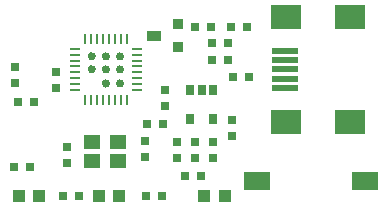
<source format=gtp>
%FSLAX24Y24*%
%MOIN*%
G70*
G01*
G75*
G04 Layer_Color=8421504*
%ADD10R,0.0256X0.0354*%
%ADD11R,0.0551X0.0472*%
%ADD12R,0.1378X0.1378*%
%ADD13O,0.0394X0.0098*%
%ADD14O,0.0098X0.0394*%
%ADD15R,0.0866X0.0630*%
%ADD16C,0.0394*%
%ADD17R,0.0413X0.0425*%
%ADD18R,0.0315X0.0295*%
%ADD19R,0.0295X0.0315*%
%ADD20R,0.0360X0.0360*%
%ADD21R,0.0500X0.0360*%
%ADD22R,0.0984X0.0787*%
%ADD23R,0.0906X0.0197*%
%ADD24C,0.0060*%
%ADD25C,0.0150*%
%ADD26C,0.0400*%
%ADD27C,0.0550*%
%ADD28R,0.0550X0.0550*%
%ADD29C,0.0360*%
%ADD30C,0.0250*%
%ADD31C,0.0098*%
%ADD32C,0.0030*%
%ADD33C,0.0040*%
%ADD34C,0.0120*%
%ADD35C,0.0079*%
%ADD36C,0.0050*%
%ADD37C,0.0148*%
D10*
X9164Y3210D02*
D03*
X8416D02*
D03*
Y4155D02*
D03*
X8790D02*
D03*
X9164D02*
D03*
D11*
X5135Y2435D02*
D03*
Y1805D02*
D03*
X6001D02*
D03*
Y2435D02*
D03*
D13*
X4574Y4161D02*
D03*
Y4358D02*
D03*
Y4555D02*
D03*
Y4752D02*
D03*
Y4948D02*
D03*
Y5145D02*
D03*
Y5342D02*
D03*
Y5539D02*
D03*
X6621D02*
D03*
Y5342D02*
D03*
Y5145D02*
D03*
Y4948D02*
D03*
Y4752D02*
D03*
Y4555D02*
D03*
Y4358D02*
D03*
Y4161D02*
D03*
D14*
X4909Y5874D02*
D03*
X5106D02*
D03*
X5302D02*
D03*
X5499D02*
D03*
X5696D02*
D03*
X5893D02*
D03*
X6090D02*
D03*
X6287D02*
D03*
Y3826D02*
D03*
X6090D02*
D03*
X5893D02*
D03*
X5696D02*
D03*
X5499D02*
D03*
X5302D02*
D03*
X5106D02*
D03*
X4909D02*
D03*
D15*
X14251Y1130D02*
D03*
X10629D02*
D03*
D17*
X8879Y641D02*
D03*
X9560D02*
D03*
X2699D02*
D03*
X3380D02*
D03*
X5359D02*
D03*
X6040D02*
D03*
D18*
X8560Y1894D02*
D03*
Y2426D02*
D03*
X7960Y1894D02*
D03*
Y2426D02*
D03*
X3934Y4224D02*
D03*
Y4756D02*
D03*
X4300Y1734D02*
D03*
Y2266D02*
D03*
X6900Y2466D02*
D03*
Y1934D02*
D03*
X9810Y2644D02*
D03*
Y3176D02*
D03*
X9180Y1894D02*
D03*
Y2426D02*
D03*
X2560Y4404D02*
D03*
Y4936D02*
D03*
X7580Y4156D02*
D03*
Y3624D02*
D03*
D19*
X10306Y6280D02*
D03*
X9774D02*
D03*
X10376Y4600D02*
D03*
X9844D02*
D03*
X7486Y3030D02*
D03*
X6954D02*
D03*
X4696Y640D02*
D03*
X4164D02*
D03*
X8766Y1310D02*
D03*
X8234D02*
D03*
X2654Y3760D02*
D03*
X3186D02*
D03*
X9096Y6280D02*
D03*
X8564D02*
D03*
X2524Y1600D02*
D03*
X3056D02*
D03*
X9656Y5180D02*
D03*
X9124D02*
D03*
X7466Y640D02*
D03*
X6934D02*
D03*
X9656Y5730D02*
D03*
X9124D02*
D03*
D20*
X8010Y6350D02*
D03*
Y5600D02*
D03*
D21*
X7210Y5980D02*
D03*
D22*
X13743Y6602D02*
D03*
Y3098D02*
D03*
X11597D02*
D03*
Y6602D02*
D03*
D23*
X11558Y4220D02*
D03*
Y4535D02*
D03*
Y4850D02*
D03*
Y5165D02*
D03*
Y5480D02*
D03*
D37*
X5199Y4855D02*
G03*
X5199Y4855I-74J0D01*
G01*
Y5288D02*
G03*
X5199Y5288I-74J0D01*
G01*
X5671D02*
G03*
X5671Y5288I-74J0D01*
G01*
Y4855D02*
G03*
X5671Y4855I-74J0D01*
G01*
Y4383D02*
G03*
X5671Y4383I-74J0D01*
G01*
X6144Y5288D02*
G03*
X6144Y5288I-74J0D01*
G01*
Y4855D02*
G03*
X6144Y4855I-74J0D01*
G01*
Y4383D02*
G03*
X6144Y4383I-74J0D01*
G01*
M02*

</source>
